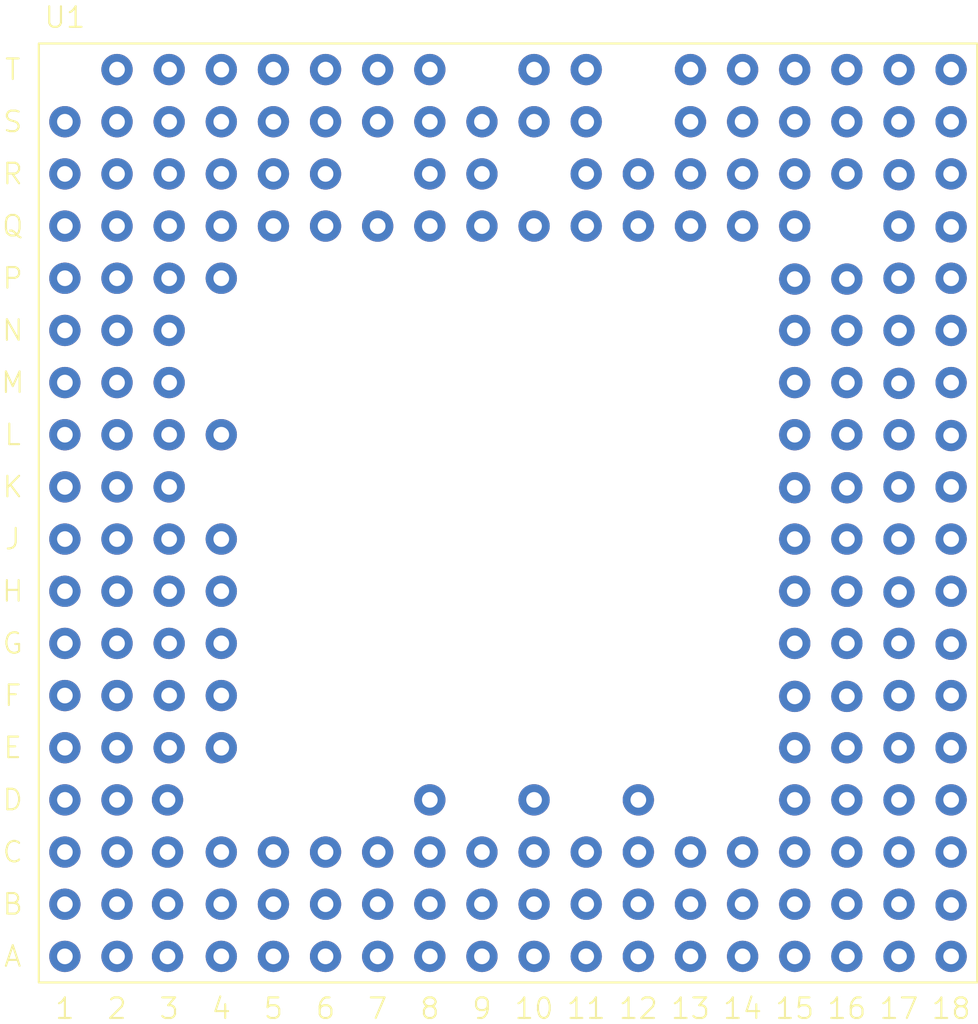
<source format=kicad_pcb>
(kicad_pcb (version 20240108) (generator "pcbnew") (generator_version "8.0")
  (layers (0 "F.Cu" signal) (31 "B.Cu" signal) (34 "B.Paste" user) (35 "F.Paste" user) (36 "B.SilkS" user "B.Silkscreen") (37 "F.SilkS" user "F.Silkscreen") (38 "B.Mask" user) (39 "F.Mask" user) (44 "Edge.Cuts" user))
  (net 0 "")
  (footprint "MC68060:PGA206" (layer "F.Cu") (at 98.4 110.09)
    (property "Reference" "U1" (at 0 -45.72 0) (layer "F.SilkS") (effects (font (thickness 0.1))))
    (property "Value" "~")
    (fp_rect (start -1.27 -44.45) (end 44.45 1.27) (stroke (width 0.1)) (fill none) (layer "F.SilkS"))
    (fp_text user "K" (at -2.54 -22.86 0) (layer "F.SilkS") (effects (font (thickness 0.1))))
    (fp_text user "M" (at -2.54 -27.94 0) (layer "F.SilkS") (effects (font (thickness 0.1))))
    (fp_text user "E" (at -2.54 -10.16 0) (layer "F.SilkS") (effects (font (thickness 0.1))))
    (fp_text user "11" (at 25.4 2.54 0) (layer "F.SilkS") (effects (font (thickness 0.1))))
    (fp_text user "6" (at 12.7 2.54 0) (layer "F.SilkS") (effects (font (thickness 0.1))))
    (fp_text user "R" (at -2.54 -38.1 0) (layer "F.SilkS") (effects (font (thickness 0.1))))
    (fp_text user "1" (at 0 2.54 0) (layer "F.SilkS") (effects (font (thickness 0.1))))
    (fp_text user "9" (at 20.32 2.54 0) (layer "F.SilkS") (effects (font (thickness 0.1))))
    (fp_text user "2" (at 2.54 2.54 0) (layer "F.SilkS") (effects (font (thickness 0.1))))
    (fp_text user "T" (at -2.54 -43.18 0) (layer "F.SilkS") (effects (font (thickness 0.1))))
    (fp_text user "4" (at 7.62 2.54 0) (layer "F.SilkS") (effects (font (thickness 0.1))))
    (fp_text user "Q" (at -2.54 -35.56 0) (layer "F.SilkS") (effects (font (thickness 0.1))))
    (fp_text user "8" (at 17.78 2.54 0) (layer "F.SilkS") (effects (font (thickness 0.1))))
    (fp_text user "18" (at 43.18 2.54 0) (layer "F.SilkS") (effects (font (thickness 0.1))))
    (fp_text user "J" (at -2.54 -20.32 0) (layer "F.SilkS") (effects (font (thickness 0.1))))
    (fp_text user "14" (at 33.02 2.54 0) (layer "F.SilkS") (effects (font (thickness 0.1))))
    (fp_text user "C" (at -2.54 -5.08 0) (layer "F.SilkS") (effects (font (thickness 0.1))))
    (fp_text user "16" (at 38.1 2.54 0) (layer "F.SilkS") (effects (font (thickness 0.1))))
    (fp_text user "12" (at 27.94 2.54 0) (layer "F.SilkS") (effects (font (thickness 0.1))))
    (fp_text user "H" (at -2.54 -17.78 0) (layer "F.SilkS") (effects (font (thickness 0.1))))
    (fp_text user "N" (at -2.54 -30.48 0) (layer "F.SilkS") (effects (font (thickness 0.1))))
    (fp_text user "A" (at -2.54 0 0) (layer "F.SilkS") (effects (font (thickness 0.1))))
    (fp_text user "10" (at 22.86 2.54 0) (layer "F.SilkS") (effects (font (thickness 0.1))))
    (fp_text user "13" (at 30.48 2.54 0) (layer "F.SilkS") (effects (font (thickness 0.1))))
    (fp_text user "15" (at 35.56 2.54 0) (layer "F.SilkS") (effects (font (thickness 0.1))))
    (fp_text user "P" (at -2.54 -33.02 0) (layer "F.SilkS") (effects (font (thickness 0.1))))
    (fp_text user "17" (at 40.64 2.54 0) (layer "F.SilkS") (effects (font (thickness 0.1))))
    (fp_text user "5" (at 10.16 2.54 0) (layer "F.SilkS") (effects (font (thickness 0.1))))
    (fp_text user "L" (at -2.54 -25.4 0) (layer "F.SilkS") (effects (font (thickness 0.1))))
    (fp_text user "D" (at -2.54 -7.62 0) (layer "F.SilkS") (effects (font (thickness 0.1))))
    (fp_text user "7" (at 15.24 2.54 0) (layer "F.SilkS") (effects (font (thickness 0.1))))
    (fp_text user "F" (at -2.54 -12.7 0) (layer "F.SilkS") (effects (font (thickness 0.1))))
    (fp_text user "3" (at 5.08 2.54 0) (layer "F.SilkS") (effects (font (thickness 0.1))))
    (fp_text user "B" (at -2.54 -2.54 0) (layer "F.SilkS") (effects (font (thickness 0.1))))
    (fp_text user "G" (at -2.54 -15.24 0) (layer "F.SilkS") (effects (font (thickness 0.1))))
    (fp_text user "S" (at -2.54 -40.64 0) (layer "F.SilkS") (effects (font (thickness 0.1))))
    (pad "A1" thru_hole circle (at 0 0) (size 1.524 1.524) (drill 0.762) (layers "*.Cu" "*.Mask"))
    (pad "A2" thru_hole circle (at 2.54 0) (size 1.524 1.524) (drill 0.762) (layers "*.Cu" "*.Mask"))
    (pad "A3" thru_hole circle (at 5 0) (size 1.524 1.524) (drill 0.762) (layers "*.Cu" "*.Mask"))
    (pad "A4" thru_hole circle (at 7.62 0) (size 1.524 1.524) (drill 0.762) (layers "*.Cu" "*.Mask"))
    (pad "A5" thru_hole circle (at 10.16 0) (size 1.524 1.524) (drill 0.762) (layers "*.Cu" "*.Mask"))
    (pad "A6" thru_hole circle (at 12.7 0) (size 1.524 1.524) (drill 0.762) (layers "*.Cu" "*.Mask"))
    (pad "A7" thru_hole circle (at 15.24 0) (size 1.524 1.524) (drill 0.762) (layers "*.Cu" "*.Mask"))
    (pad "A8" thru_hole circle (at 17.78 0) (size 1.524 1.524) (drill 0.762) (layers "*.Cu" "*.Mask"))
    (pad "A9" thru_hole circle (at 20.32 0) (size 1.524 1.524) (drill 0.762) (layers "*.Cu" "*.Mask"))
    (pad "A10" thru_hole circle (at 22.86 0) (size 1.524 1.524) (drill 0.762) (layers "*.Cu" "*.Mask"))
    (pad "A11" thru_hole circle (at 25.4 0) (size 1.524 1.524) (drill 0.762) (layers "*.Cu" "*.Mask"))
    (pad "A12" thru_hole circle (at 27.94 0) (size 1.524 1.524) (drill 0.762) (layers "*.Cu" "*.Mask"))
    (pad "A13" thru_hole circle (at 30.48 0) (size 1.524 1.524) (drill 0.762) (layers "*.Cu" "*.Mask"))
    (pad "A14" thru_hole circle (at 33.02 0) (size 1.524 1.524) (drill 0.762) (layers "*.Cu" "*.Mask"))
    (pad "A15" thru_hole circle (at 35.56 0) (size 1.524 1.524) (drill 0.762) (layers "*.Cu" "*.Mask"))
    (pad "A16" thru_hole circle (at 38.1 0) (size 1.524 1.524) (drill 0.762) (layers "*.Cu" "*.Mask"))
    (pad "A17" thru_hole circle (at 40.64 0) (size 1.524 1.524) (drill 0.762) (layers "*.Cu" "*.Mask"))
    (pad "A18" thru_hole circle (at 43.18 0) (size 1.524 1.524) (drill 0.762) (layers "*.Cu" "*.Mask"))
    (pad "B1" thru_hole circle (at 0 -2.54) (size 1.524 1.524) (drill 0.762) (layers "*.Cu" "*.Mask"))
    (pad "B2" thru_hole circle (at 2.54 -2.54) (size 1.524 1.524) (drill 0.762) (layers "*.Cu" "*.Mask"))
    (pad "B3" thru_hole circle (at 5 -2.54) (size 1.524 1.524) (drill 0.762) (layers "*.Cu" "*.Mask"))
    (pad "B4" thru_hole circle (at 7.62 -2.54) (size 1.524 1.524) (drill 0.762) (layers "*.Cu" "*.Mask"))
    (pad "B5" thru_hole circle (at 10.16 -2.54) (size 1.524 1.524) (drill 0.762) (layers "*.Cu" "*.Mask"))
    (pad "B6" thru_hole circle (at 12.7 -2.54) (size 1.524 1.524) (drill 0.762) (layers "*.Cu" "*.Mask"))
    (pad "B7" thru_hole circle (at 15.24 -2.54) (size 1.524 1.524) (drill 0.762) (layers "*.Cu" "*.Mask"))
    (pad "B8" thru_hole circle (at 17.78 -2.54) (size 1.524 1.524) (drill 0.762) (layers "*.Cu" "*.Mask"))
    (pad "B9" thru_hole circle (at 20.32 -2.54) (size 1.524 1.524) (drill 0.762) (layers "*.Cu" "*.Mask"))
    (pad "B10" thru_hole circle (at 22.86 -2.54) (size 1.524 1.524) (drill 0.762) (layers "*.Cu" "*.Mask"))
    (pad "B11" thru_hole circle (at 25.4 -2.54) (size 1.524 1.524) (drill 0.762) (layers "*.Cu" "*.Mask"))
    (pad "B12" thru_hole circle (at 27.94 -2.54) (size 1.524 1.524) (drill 0.762) (layers "*.Cu" "*.Mask"))
    (pad "B13" thru_hole circle (at 30.48 -2.54) (size 1.524 1.524) (drill 0.762) (layers "*.Cu" "*.Mask"))
    (pad "B14" thru_hole circle (at 33.02 -2.54) (size 1.524 1.524) (drill 0.762) (layers "*.Cu" "*.Mask"))
    (pad "B15" thru_hole circle (at 35.56 -2.54) (size 1.524 1.524) (drill 0.762) (layers "*.Cu" "*.Mask"))
    (pad "B16" thru_hole circle (at 38.1 -2.54) (size 1.524 1.524) (drill 0.762) (layers "*.Cu" "*.Mask"))
    (pad "B17" thru_hole circle (at 40.64 -2.54) (size 1.524 1.524) (drill 0.762) (layers "*.Cu" "*.Mask"))
    (pad "B18" thru_hole circle (at 43.18 -2.5) (size 1.524 1.524) (drill 0.762) (layers "*.Cu" "*.Mask"))
    (pad "C1" thru_hole circle (at 0 -5.08) (size 1.524 1.524) (drill 0.762) (layers "*.Cu" "*.Mask"))
    (pad "C2" thru_hole circle (at 2.54 -5.08) (size 1.524 1.524) (drill 0.762) (layers "*.Cu" "*.Mask"))
    (pad "C3" thru_hole circle (at 5 -5.08) (size 1.524 1.524) (drill 0.762) (layers "*.Cu" "*.Mask"))
    (pad "C4" thru_hole circle (at 7.62 -5.08) (size 1.524 1.524) (drill 0.762) (layers "*.Cu" "*.Mask"))
    (pad "C5" thru_hole circle (at 10.16 -5.08) (size 1.524 1.524) (drill 0.762) (layers "*.Cu" "*.Mask"))
    (pad "C6" thru_hole circle (at 12.7 -5.08) (size 1.524 1.524) (drill 0.762) (layers "*.Cu" "*.Mask"))
    (pad "C7" thru_hole circle (at 15.24 -5.08) (size 1.524 1.524) (drill 0.762) (layers "*.Cu" "*.Mask"))
    (pad "C8" thru_hole circle (at 17.78 -5.08) (size 1.524 1.524) (drill 0.762) (layers "*.Cu" "*.Mask"))
    (pad "C9" thru_hole circle (at 20.32 -5.08) (size 1.524 1.524) (drill 0.762) (layers "*.Cu" "*.Mask"))
    (pad "C10" thru_hole circle (at 22.86 -5.08) (size 1.524 1.524) (drill 0.762) (layers "*.Cu" "*.Mask"))
    (pad "C11" thru_hole circle (at 25.4 -5.08) (size 1.524 1.524) (drill 0.762) (layers "*.Cu" "*.Mask"))
    (pad "C12" thru_hole circle (at 27.94 -5.08) (size 1.524 1.524) (drill 0.762) (layers "*.Cu" "*.Mask"))
    (pad "C13" thru_hole circle (at 30.48 -5.08) (size 1.524 1.524) (drill 0.762) (layers "*.Cu" "*.Mask"))
    (pad "C14" thru_hole circle (at 33.02 -5.08) (size 1.524 1.524) (drill 0.762) (layers "*.Cu" "*.Mask"))
    (pad "C15" thru_hole circle (at 35.56 -5.08) (size 1.524 1.524) (drill 0.762) (layers "*.Cu" "*.Mask"))
    (pad "C16" thru_hole circle (at 38.1 -5.08) (size 1.524 1.524) (drill 0.762) (layers "*.Cu" "*.Mask"))
    (pad "C17" thru_hole circle (at 40.64 -5.08) (size 1.524 1.524) (drill 0.762) (layers "*.Cu" "*.Mask"))
    (pad "C18" thru_hole circle (at 43.18 -5.08) (size 1.524 1.524) (drill 0.762) (layers "*.Cu" "*.Mask"))
    (pad "D1" thru_hole circle (at 0 -7.62) (size 1.524 1.524) (drill 0.762) (layers "*.Cu" "*.Mask"))
    (pad "D2" thru_hole circle (at 2.54 -7.62) (size 1.524 1.524) (drill 0.762) (layers "*.Cu" "*.Mask"))
    (pad "D3" thru_hole circle (at 5 -7.62) (size 1.524 1.524) (drill 0.762) (layers "*.Cu" "*.Mask"))
    (pad "D8" thru_hole circle (at 17.78 -7.62) (size 1.524 1.524) (drill 0.762) (layers "*.Cu" "*.Mask"))
    (pad "D10" thru_hole circle (at 22.86 -7.62) (size 1.524 1.524) (drill 0.762) (layers "*.Cu" "*.Mask"))
    (pad "D12" thru_hole circle (at 27.94 -7.62) (size 1.524 1.524) (drill 0.762) (layers "*.Cu" "*.Mask"))
    (pad "D15" thru_hole circle (at 35.56 -7.62) (size 1.524 1.524) (drill 0.762) (layers "*.Cu" "*.Mask"))
    (pad "D16" thru_hole circle (at 38.1 -7.62) (size 1.524 1.524) (drill 0.762) (layers "*.Cu" "*.Mask"))
    (pad "D17" thru_hole circle (at 40.64 -7.62) (size 1.524 1.524) (drill 0.762) (layers "*.Cu" "*.Mask"))
    (pad "D18" thru_hole circle (at 43.18 -7.62) (size 1.524 1.524) (drill 0.762) (layers "*.Cu" "*.Mask"))
    (pad "E1" thru_hole circle (at 0 -10.16) (size 1.524 1.524) (drill 0.762) (layers "*.Cu" "*.Mask"))
    (pad "E2" thru_hole circle (at 2.54 -10.16) (size 1.524 1.524) (drill 0.762) (layers "*.Cu" "*.Mask"))
    (pad "E3" thru_hole circle (at 5.08 -10.16) (size 1.524 1.524) (drill 0.762) (layers "*.Cu" "*.Mask"))
    (pad "E4" thru_hole circle (at 7.62 -10.16) (size 1.524 1.524) (drill 0.762) (layers "*.Cu" "*.Mask"))
    (pad "E15" thru_hole circle (at 35.56 -10.16) (size 1.524 1.524) (drill 0.762) (layers "*.Cu" "*.Mask"))
    (pad "E16" thru_hole circle (at 38.1 -10.16) (size 1.524 1.524) (drill 0.762) (layers "*.Cu" "*.Mask"))
    (pad "E17" thru_hole circle (at 40.64 -10.16) (size 1.524 1.524) (drill 0.762) (layers "*.Cu" "*.Mask"))
    (pad "E18" thru_hole circle (at 43.18 -10.16) (size 1.524 1.524) (drill 0.762) (layers "*.Cu" "*.Mask"))
    (pad "F1" thru_hole circle (at 0 -12.7) (size 1.524 1.524) (drill 0.762) (layers "*.Cu" "*.Mask"))
    (pad "F2" thru_hole circle (at 2.54 -12.7) (size 1.524 1.524) (drill 0.762) (layers "*.Cu" "*.Mask"))
    (pad "F3" thru_hole circle (at 5.08 -12.7) (size 1.524 1.524) (drill 0.762) (layers "*.Cu" "*.Mask"))
    (pad "F4" thru_hole circle (at 7.62 -12.7) (size 1.524 1.524) (drill 0.762) (layers "*.Cu" "*.Mask"))
    (pad "F15" thru_hole circle (at 35.56 -12.66) (size 1.524 1.524) (drill 0.762) (layers "*.Cu" "*.Mask"))
    (pad "F16" thru_hole circle (at 38.1 -12.66) (size 1.524 1.524) (drill 0.762) (layers "*.Cu" "*.Mask"))
    (pad "F17" thru_hole circle (at 40.64 -12.7) (size 1.524 1.524) (drill 0.762) (layers "*.Cu" "*.Mask"))
    (pad "F18" thru_hole circle (at 43.18 -12.7) (size 1.524 1.524) (drill 0.762) (layers "*.Cu" "*.Mask"))
    (pad "G1" thru_hole circle (at 0 -15.24) (size 1.524 1.524) (drill 0.762) (layers "*.Cu" "*.Mask"))
    (pad "G2" thru_hole circle (at 2.54 -15.24) (size 1.524 1.524) (drill 0.762) (layers "*.Cu" "*.Mask"))
    (pad "G3" thru_hole circle (at 5.08 -15.24) (size 1.524 1.524) (drill 0.762) (layers "*.Cu" "*.Mask"))
    (pad "G4" thru_hole circle (at 7.62 -15.24) (size 1.524 1.524) (drill 0.762) (layers "*.Cu" "*.Mask"))
    (pad "G15" thru_hole circle (at 35.56 -15.24) (size 1.524 1.524) (drill 0.762) (layers "*.Cu" "*.Mask"))
    (pad "G16" thru_hole circle (at 38.1 -15.24) (size 1.524 1.524) (drill 0.762) (layers "*.Cu" "*.Mask"))
    (pad "G17" thru_hole circle (at 40.64 -15.24) (size 1.524 1.524) (drill 0.762) (layers "*.Cu" "*.Mask"))
    (pad "G18" thru_hole circle (at 43.18 -15.2) (size 1.524 1.524) (drill 0.762) (layers "*.Cu" "*.Mask"))
    (pad "H1" thru_hole circle (at 0 -17.78) (size 1.524 1.524) (drill 0.762) (layers "*.Cu" "*.Mask"))
    (pad "H2" thru_hole circle (at 2.54 -17.78) (size 1.524 1.524) (drill 0.762) (layers "*.Cu" "*.Mask"))
    (pad "H3" thru_hole circle (at 5.08 -17.78) (size 1.524 1.524) (drill 0.762) (layers "*.Cu" "*.Mask"))
    (pad "H4" thru_hole circle (at 7.62 -17.78) (size 1.524 1.524) (drill 0.762) (layers "*.Cu" "*.Mask"))
    (pad "H15" thru_hole circle (at 35.56 -17.78) (size 1.524 1.524) (drill 0.762) (layers "*.Cu" "*.Mask"))
    (pad "H16" thru_hole circle (at 38.1 -17.78) (size 1.524 1.524) (drill 0.762) (layers "*.Cu" "*.Mask"))
    (pad "H17" thru_hole circle (at 40.64 -17.74) (size 1.524 1.524) (drill 0.762) (layers "*.Cu" "*.Mask"))
    (pad "H18" thru_hole circle (at 43.18 -17.78) (size 1.524 1.524) (drill 0.762) (layers "*.Cu" "*.Mask"))
    (pad "J1" thru_hole circle (at 0 -20.32) (size 1.524 1.524) (drill 0.762) (layers "*.Cu" "*.Mask"))
    (pad "J2" thru_hole circle (at 2.54 -20.32) (size 1.524 1.524) (drill 0.762) (layers "*.Cu" "*.Mask"))
    (pad "J3" thru_hole circle (at 5.08 -20.32) (size 1.524 1.524) (drill 0.762) (layers "*.Cu" "*.Mask"))
    (pad "J4" thru_hole circle (at 7.62 -20.32) (size 1.524 1.524) (drill 0.762) (layers "*.Cu" "*.Mask"))
    (pad "J15" thru_hole circle (at 35.56 -20.32) (size 1.524 1.524) (drill 0.762) (layers "*.Cu" "*.Mask"))
    (pad "J16" thru_hole circle (at 38.1 -20.32) (size 1.524 1.524) (drill 0.762) (layers "*.Cu" "*.Mask"))
    (pad "J17" thru_hole circle (at 40.64 -20.32) (size 1.524 1.524) (drill 0.762) (layers "*.Cu" "*.Mask"))
    (pad "J18" thru_hole circle (at 43.18 -20.32) (size 1.524 1.524) (drill 0.762) (layers "*.Cu" "*.Mask"))
    (pad "K1" thru_hole circle (at 0 -22.86) (size 1.524 1.524) (drill 0.762) (layers "*.Cu" "*.Mask"))
    (pad "K2" thru_hole circle (at 2.54 -22.86) (size 1.524 1.524) (drill 0.762) (layers "*.Cu" "*.Mask"))
    (pad "K3" thru_hole circle (at 5.08 -22.86) (size 1.524 1.524) (drill 0.762) (layers "*.Cu" "*.Mask"))
    (pad "K15" thru_hole circle (at 35.56 -22.82) (size 1.524 1.524) (drill 0.762) (layers "*.Cu" "*.Mask"))
    (pad "K16" thru_hole circle (at 38.1 -22.82) (size 1.524 1.524) (drill 0.762) (layers "*.Cu" "*.Mask"))
    (pad "K17" thru_hole circle (at 40.64 -22.86) (size 1.524 1.524) (drill 0.762) (layers "*.Cu" "*.Mask"))
    (pad "K18" thru_hole circle (at 43.18 -22.86) (size 1.524 1.524) (drill 0.762) (layers "*.Cu" "*.Mask"))
    (pad "L1" thru_hole circle (at 0 -25.4) (size 1.524 1.524) (drill 0.762) (layers "*.Cu" "*.Mask"))
    (pad "L2" thru_hole circle (at 2.54 -25.4) (size 1.524 1.524) (drill 0.762) (layers "*.Cu" "*.Mask"))
    (pad "L3" thru_hole circle (at 5.08 -25.4) (size 1.524 1.524) (drill 0.762) (layers "*.Cu" "*.Mask"))
    (pad "L4" thru_hole circle (at 7.62 -25.4) (size 1.524 1.524) (drill 0.762) (layers "*.Cu" "*.Mask"))
    (pad "L15" thru_hole circle (at 35.56 -25.4) (size 1.524 1.524) (drill 0.762) (layers "*.Cu" "*.Mask"))
    (pad "L16" thru_hole circle (at 38.1 -25.4) (size 1.524 1.524) (drill 0.762) (layers "*.Cu" "*.Mask"))
    (pad "L17" thru_hole circle (at 40.64 -25.4) (size 1.524 1.524) (drill 0.762) (layers "*.Cu" "*.Mask"))
    (pad "L18" thru_hole circle (at 43.18 -25.36) (size 1.524 1.524) (drill 0.762) (layers "*.Cu" "*.Mask"))
    (pad "M1" thru_hole circle (at 0 -27.94) (size 1.524 1.524) (drill 0.762) (layers "*.Cu" "*.Mask"))
    (pad "M2" thru_hole circle (at 2.54 -27.94) (size 1.524 1.524) (drill 0.762) (layers "*.Cu" "*.Mask"))
    (pad "M3" thru_hole circle (at 5.08 -27.94) (size 1.524 1.524) (drill 0.762) (layers "*.Cu" "*.Mask"))
    (pad "M15" thru_hole circle (at 35.56 -27.94) (size 1.524 1.524) (drill 0.762) (layers "*.Cu" "*.Mask"))
    (pad "M16" thru_hole circle (at 38.1 -27.94) (size 1.524 1.524) (drill 0.762) (layers "*.Cu" "*.Mask"))
    (pad "M17" thru_hole circle (at 40.64 -27.9) (size 1.524 1.524) (drill 0.762) (layers "*.Cu" "*.Mask"))
    (pad "M18" thru_hole circle (at 43.18 -27.94) (size 1.524 1.524) (drill 0.762) (layers "*.Cu" "*.Mask"))
    (pad "N1" thru_hole circle (at 0 -30.48) (size 1.524 1.524) (drill 0.762) (layers "*.Cu" "*.Mask"))
    (pad "N2" thru_hole circle (at 2.54 -30.48) (size 1.524 1.524) (drill 0.762) (layers "*.Cu" "*.Mask"))
    (pad "N3" thru_hole circle (at 5.08 -30.48) (size 1.524 1.524) (drill 0.762) (layers "*.Cu" "*.Mask"))
    (pad "N15" thru_hole circle (at 35.56 -30.48) (size 1.524 1.524) (drill 0.762) (layers "*.Cu" "*.Mask"))
    (pad "N16" thru_hole circle (at 38.1 -30.48) (size 1.524 1.524) (drill 0.762) (layers "*.Cu" "*.Mask"))
    (pad "N17" thru_hole circle (at 40.64 -30.48) (size 1.524 1.524) (drill 0.762) (layers "*.Cu" "*.Mask"))
    (pad "N18" thru_hole circle (at 43.18 -30.48) (size 1.524 1.524) (drill 0.762) (layers "*.Cu" "*.Mask"))
    (pad "P1" thru_hole circle (at 0 -33.02) (size 1.524 1.524) (drill 0.762) (layers "*.Cu" "*.Mask"))
    (pad "P2" thru_hole circle (at 2.54 -33.02) (size 1.524 1.524) (drill 0.762) (layers "*.Cu" "*.Mask"))
    (pad "P3" thru_hole circle (at 5.08 -33.02) (size 1.524 1.524) (drill 0.762) (layers "*.Cu" "*.Mask"))
    (pad "P4" thru_hole circle (at 7.62 -33.02) (size 1.524 1.524) (drill 0.762) (layers "*.Cu" "*.Mask"))
    (pad "P15" thru_hole circle (at 35.56 -32.98) (size 1.524 1.524) (drill 0.762) (layers "*.Cu" "*.Mask"))
    (pad "P16" thru_hole circle (at 38.1 -32.98) (size 1.524 1.524) (drill 0.762) (layers "*.Cu" "*.Mask"))
    (pad "P17" thru_hole circle (at 40.64 -33.02) (size 1.524 1.524) (drill 0.762) (layers "*.Cu" "*.Mask"))
    (pad "P18" thru_hole circle (at 43.18 -33.02) (size 1.524 1.524) (drill 0.762) (layers "*.Cu" "*.Mask"))
    (pad "Q1" thru_hole circle (at 0 -35.56) (size 1.524 1.524) (drill 0.762) (layers "*.Cu" "*.Mask"))
    (pad "Q2" thru_hole circle (at 2.54 -35.56) (size 1.524 1.524) (drill 0.762) (layers "*.Cu" "*.Mask"))
    (pad "Q3" thru_hole circle (at 5.08 -35.56) (size 1.524 1.524) (drill 0.762) (layers "*.Cu" "*.Mask"))
    (pad "Q4" thru_hole circle (at 7.62 -35.56) (size 1.524 1.524) (drill 0.762) (layers "*.Cu" "*.Mask"))
    (pad "Q5" thru_hole circle (at 10.16 -35.56) (size 1.524 1.524) (drill 0.762) (layers "*.Cu" "*.Mask"))
    (pad "Q6" thru_hole circle (at 12.7 -35.56) (size 1.524 1.524) (drill 0.762) (layers "*.Cu" "*.Mask"))
    (pad "Q7" thru_hole circle (at 15.24 -35.56) (size 1.524 1.524) (drill 0.762) (layers "*.Cu" "*.Mask"))
    (pad "Q8" thru_hole circle (at 17.78 -35.56) (size 1.524 1.524) (drill 0.762) (layers "*.Cu" "*.Mask"))
    (pad "Q9" thru_hole circle (at 20.32 -35.56) (size 1.524 1.524) (drill 0.762) (layers "*.Cu" "*.Mask"))
    (pad "Q10" thru_hole circle (at 22.86 -35.56) (size 1.524 1.524) (drill 0.762) (layers "*.Cu" "*.Mask"))
    (pad "Q11" thru_hole circle (at 25.4 -35.56) (size 1.524 1.524) (drill 0.762) (layers "*.Cu" "*.Mask"))
    (pad "Q12" thru_hole circle (at 27.94 -35.56) (size 1.524 1.524) (drill 0.762) (layers "*.Cu" "*.Mask"))
    (pad "Q13" thru_hole circle (at 30.48 -35.56) (size 1.524 1.524) (drill 0.762) (layers "*.Cu" "*.Mask"))
    (pad "Q14" thru_hole circle (at 33.02 -35.56) (size 1.524 1.524) (drill 0.762) (layers "*.Cu" "*.Mask"))
    (pad "Q15" thru_hole circle (at 35.56 -35.56) (size 1.524 1.524) (drill 0.762) (layers "*.Cu" "*.Mask"))
    (pad "Q17" thru_hole circle (at 40.64 -35.56) (size 1.524 1.524) (drill 0.762) (layers "*.Cu" "*.Mask"))
    (pad "Q18" thru_hole circle (at 43.18 -35.52) (size 1.524 1.524) (drill 0.762) (layers "*.Cu" "*.Mask"))
    (pad "R1" thru_hole circle (at 0 -38.1) (size 1.524 1.524) (drill 0.762) (layers "*.Cu" "*.Mask"))
    (pad "R2" thru_hole circle (at 2.54 -38.1) (size 1.524 1.524) (drill 0.762) (layers "*.Cu" "*.Mask"))
    (pad "R3" thru_hole circle (at 5.08 -38.1) (size 1.524 1.524) (drill 0.762) (layers "*.Cu" "*.Mask"))
    (pad "R4" thru_hole circle (at 7.62 -38.1) (size 1.524 1.524) (drill 0.762) (layers "*.Cu" "*.Mask"))
    (pad "R5" thru_hole circle (at 10.16 -38.1) (size 1.524 1.524) (drill 0.762) (layers "*.Cu" "*.Mask"))
    (pad "R6" thru_hole circle (at 12.7 -38.1) (size 1.524 1.524) (drill 0.762) (layers "*.Cu" "*.Mask"))
    (pad "R8" thru_hole circle (at 17.78 -38.1) (size 1.524 1.524) (drill 0.762) (layers "*.Cu" "*.Mask"))
    (pad "R9" thru_hole circle (at 20.32 -38.1) (size 1.524 1.524) (drill 0.762) (layers "*.Cu" "*.Mask"))
    (pad "R11" thru_hole circle (at 25.4 -38.1) (size 1.524 1.524) (drill 0.762) (layers "*.Cu" "*.Mask"))
    (pad "R12" thru_hole circle (at 27.94 -38.1) (size 1.524 1.524) (drill 0.762) (layers "*.Cu" "*.Mask"))
    (pad "R13" thru_hole circle (at 30.48 -38.1) (size 1.524 1.524) (drill 0.762) (layers "*.Cu" "*.Mask"))
    (pad "R14" thru_hole circle (at 33.02 -38.1) (size 1.524 1.524) (drill 0.762) (layers "*.Cu" "*.Mask"))
    (pad "R15" thru_hole circle (at 35.56 -38.1) (size 1.524 1.524) (drill 0.762) (layers "*.Cu" "*.Mask"))
    (pad "R16" thru_hole circle (at 38.1 -38.1) (size 1.524 1.524) (drill 0.762) (layers "*.Cu" "*.Mask"))
    (pad "R17" thru_hole circle (at 40.64 -38.06) (size 1.524 1.524) (drill 0.762) (layers "*.Cu" "*.Mask"))
    (pad "R18" thru_hole circle (at 43.18 -38.1) (size 1.524 1.524) (drill 0.762) (layers "*.Cu" "*.Mask"))
    (pad "S1" thru_hole circle (at 0 -40.64) (size 1.524 1.524) (drill 0.762) (layers "*.Cu" "*.Mask"))
    (pad "S2" thru_hole circle (at 2.54 -40.64) (size 1.524 1.524) (drill 0.762) (layers "*.Cu" "*.Mask"))
    (pad "S3" thru_hole circle (at 5.08 -40.64) (size 1.524 1.524) (drill 0.762) (layers "*.Cu" "*.Mask"))
    (pad "S4" thru_hole circle (at 7.62 -40.64) (size 1.524 1.524) (drill 0.762) (layers "*.Cu" "*.Mask"))
    (pad "S5" thru_hole circle (at 10.16 -40.64) (size 1.524 1.524) (drill 0.762) (layers "*.Cu" "*.Mask"))
    (pad "S6" thru_hole circle (at 12.7 -40.64) (size 1.524 1.524) (drill 0.762) (layers "*.Cu" "*.Mask"))
    (pad "S7" thru_hole circle (at 15.24 -40.64) (size 1.524 1.524) (drill 0.762) (layers "*.Cu" "*.Mask"))
    (pad "S8" thru_hole circle (at 17.78 -40.64) (size 1.524 1.524) (drill 0.762) (layers "*.Cu" "*.Mask"))
    (pad "S9" thru_hole circle (at 20.32 -40.64) (size 1.524 1.524) (drill 0.762) (layers "*.Cu" "*.Mask"))
    (pad "S10" thru_hole circle (at 22.86 -40.64) (size 1.524 1.524) (drill 0.762) (layers "*.Cu" "*.Mask"))
    (pad "S11" thru_hole circle (at 25.4 -40.64) (size 1.524 1.524) (drill 0.762) (layers "*.Cu" "*.Mask"))
    (pad "S13" thru_hole circle (at 30.48 -40.64) (size 1.524 1.524) (drill 0.762) (layers "*.Cu" "*.Mask"))
    (pad "S14" thru_hole circle (at 33.02 -40.64) (size 1.524 1.524) (drill 0.762) (layers "*.Cu" "*.Mask"))
    (pad "S15" thru_hole circle (at 35.56 -40.64) (size 1.524 1.524) (drill 0.762) (layers "*.Cu" "*.Mask"))
    (pad "S16" thru_hole circle (at 38.1 -40.64) (size 1.524 1.524) (drill 0.762) (layers "*.Cu" "*.Mask"))
    (pad "S17" thru_hole circle (at 40.64 -40.64) (size 1.524 1.524) (drill 0.762) (layers "*.Cu" "*.Mask"))
    (pad "S18" thru_hole circle (at 43.18 -40.64) (size 1.524 1.524) (drill 0.762) (layers "*.Cu" "*.Mask"))
    (pad "T2" thru_hole circle (at 2.54 -43.18) (size 1.524 1.524) (drill 0.762) (layers "*.Cu" "*.Mask"))
    (pad "T3" thru_hole circle (at 5.08 -43.18) (size 1.524 1.524) (drill 0.762) (layers "*.Cu" "*.Mask"))
    (pad "T4" thru_hole circle (at 7.62 -43.18) (size 1.524 1.524) (drill 0.762) (layers "*.Cu" "*.Mask"))
    (pad "T5" thru_hole circle (at 10.16 -43.18) (size 1.524 1.524) (drill 0.762) (layers "*.Cu" "*.Mask"))
    (pad "T6" thru_hole circle (at 12.7 -43.18) (size 1.524 1.524) (drill 0.762) (layers "*.Cu" "*.Mask"))
    (pad "T7" thru_hole circle (at 15.24 -43.18) (size 1.524 1.524) (drill 0.762) (layers "*.Cu" "*.Mask"))
    (pad "T8" thru_hole circle (at 17.78 -43.18) (size 1.524 1.524) (drill 0.762) (layers "*.Cu" "*.Mask"))
    (pad "T10" thru_hole circle (at 22.86 -43.18) (size 1.524 1.524) (drill 0.762) (layers "*.Cu" "*.Mask"))
    (pad "T11" thru_hole circle (at 25.4 -43.18) (size 1.524 1.524) (drill 0.762) (layers "*.Cu" "*.Mask"))
    (pad "T13" thru_hole circle (at 30.48 -43.18) (size 1.524 1.524) (drill 0.762) (layers "*.Cu" "*.Mask"))
    (pad "T14" thru_hole circle (at 33.02 -43.18) (size 1.524 1.524) (drill 0.762) (layers "*.Cu" "*.Mask"))
    (pad "T15" thru_hole circle (at 35.56 -43.18) (size 1.524 1.524) (drill 0.762) (layers "*.Cu" "*.Mask"))
    (pad "T16" thru_hole circle (at 38.1 -43.18) (size 1.524 1.524) (drill 0.762) (layers "*.Cu" "*.Mask"))
    (pad "T17" thru_hole circle (at 40.64 -43.18) (size 1.524 1.524) (drill 0.762) (layers "*.Cu" "*.Mask"))
    (pad "T18" thru_hole circle (at 43.18 -43.18) (size 1.524 1.524) (drill 0.762) (layers "*.Cu" "*.Mask"))
  )
)
</source>
